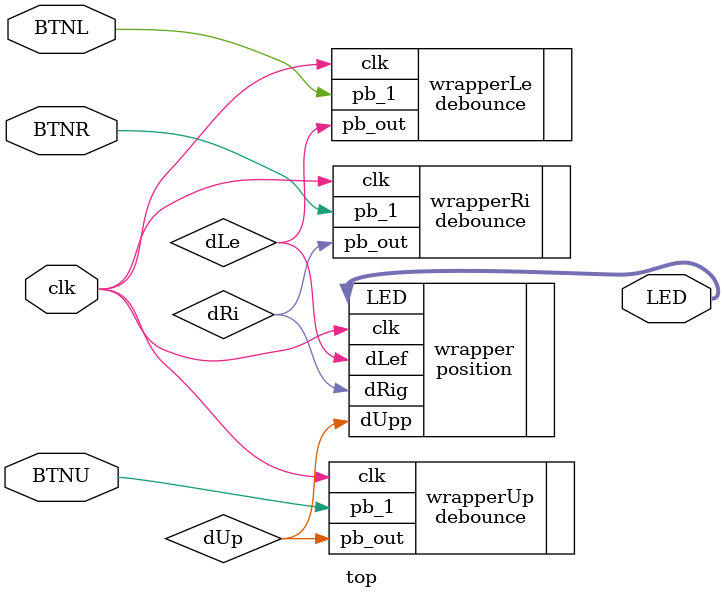
<source format=v>
`timescale 1ns / 1ps

module top(
    input clk,
    input BTNU,//instead of rst since rst was always being held high
    input BTNL,
    input BTNR,
    
    output wire [7:0]LED
    );
    
    
    wire dUp;
    wire dLe;
    wire dRi;
    
    debounce wrapperUp(
    .pb_1(BTNU),
    .clk(clk),
    
    .pb_out(dUp)
    );
    
    debounce wrapperLe(
    .pb_1(BTNL),
    .clk(clk),
    
    .pb_out(dLe)
    );
    
    debounce wrapperRi(
    .pb_1(BTNR),
    .clk(clk),
    
    .pb_out(dRi)
    );
    //wrapper
    position wrapper (
    .clk(clk),
    .dUpp(dUp),
    .dLef(dLe),
    .dRig(dRi),
    
    .LED(LED)
    );
    
endmodule

</source>
